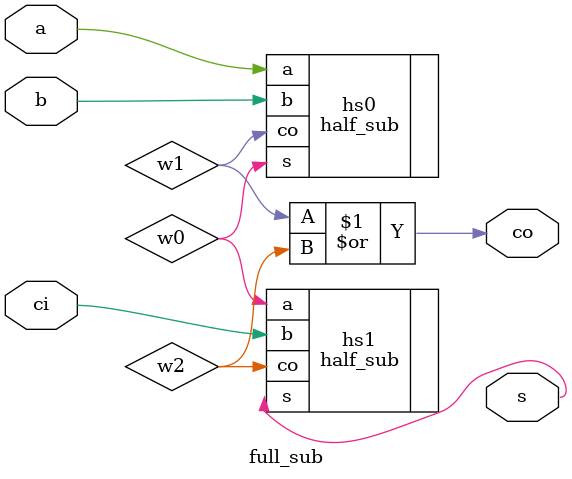
<source format=v>
`timescale 1ns/1ns

module full_sub(a, b, ci, co, s); /* define module */
	input  a, b, ci;              /* input port */
	output co, s;                 /* output port */
	wire   w0, w1, w2;            /* wire */
	
	/* connect pre-defined module */
	half_sub hs0(.a(a),  .b(b),  .co(w1), .s(w0));
	half_sub hs1(.a(w0), .b(ci), .co(w2), .s(s));
	
	/* assign output */
	assign co = w1 | w2;
	
endmodule

</source>
